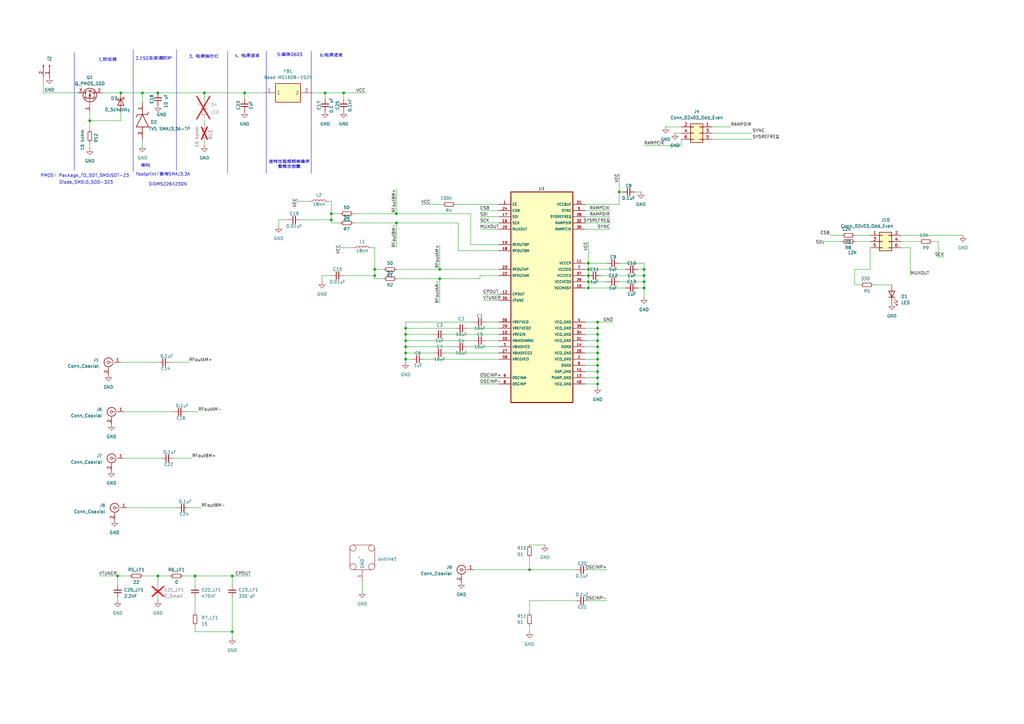
<source format=kicad_sch>
(kicad_sch (version 20231120) (generator "eeschema") (generator_version "8.0")
  (paper "A3")
  (lib_symbols
    (symbol "Connector:Conn_01x02_Pin" (pin_names (offset 1.016) hide)
      (property "Reference" "J" (at 0 2.54 0))
      (property "Value" "Conn_01x02_Pin" (at 0 -5.08 0))
      (symbol "Conn_01x02_Pin_1_1"
        (pin passive line (at 5.08 0 180) (length 3.81) (name "Pin_1") (number "1"))
        (pin passive line (at 5.08 -2.54 180) (length 3.81) (name "Pin_2") (number "2"))
      )
    )
    (symbol "Connector:Conn_Coaxial" (pin_names (offset 1.016) hide)
      (property "Reference" "J" (at 0.254 3.048 0))
      (property "Value" "Conn_Coaxial" (at 2.921 0 90))
      (symbol "Conn_Coaxial_1_1"
        (pin passive line (at -5.08 0 0) (length 2.54) (name "In") (number "1"))
        (pin passive line (at 0 -5.08 90) (length 2.54) (name "Ext") (number "2"))
      )
    )
    (symbol "Connector_Generic:Conn_02x03_Odd_Even" (pin_names (offset 1.016) hide)
      (property "Reference" "J" (at 1.27 5.08 0))
      (property "Value" "Conn_02x03_Odd_Even" (at 1.27 -5.08 0))
      (symbol "Conn_02x03_Odd_Even_1_1"
        (pin passive line (at -5.08 2.54 0) (length 3.81) (name "Pin_1") (number "1"))
        (pin passive line (at 7.62 2.54 180) (length 3.81) (name "Pin_2") (number "2"))
        (pin passive line (at -5.08 0 0) (length 3.81) (name "Pin_3") (number "3"))
        (pin passive line (at 7.62 0 180) (length 3.81) (name "Pin_4") (number "4"))
        (pin passive line (at -5.08 -2.54 0) (length 3.81) (name "Pin_5") (number "5"))
        (pin passive line (at 7.62 -2.54 180) (length 3.81) (name "Pin_6") (number "6"))
      )
    )
    (symbol "Device:C_Small" (pin_numbers hide) (pin_names (offset 0.254) hide)
      (property "Reference" "C" (at 0.254 1.778 0))
      (property "Value" "C_Small" (at 0.254 -2.032 0))
      (symbol "C_Small_1_1"
        (pin passive line (at 0 2.54 270) (length 2.032) (name "~") (number "1"))
        (pin passive line (at 0 -2.54 90) (length 2.032) (name "~") (number "2"))
      )
    )
    (symbol "Device:D_Schottky" (pin_numbers hide) (pin_names (offset 1.016) hide)
      (property "Reference" "D" (at 0 2.54 0))
      (property "Value" "D_Schottky" (at 0 -2.54 0))
      (symbol "D_Schottky_1_1"
        (pin passive line (at -3.81 0 0) (length 2.54) (name "K") (number "1"))
        (pin passive line (at 3.81 0 180) (length 2.54) (name "A") (number "2"))
      )
    )
    (symbol "Device:L" (pin_numbers hide) (pin_names (offset 1.016) hide)
      (property "Reference" "L" (at -1.27 0 90))
      (property "Value" "L" (at 1.905 0 90))
      (symbol "L_1_1"
        (pin passive line (at 0 3.81 270) (length 1.27) (name "1") (number "1"))
        (pin passive line (at 0 -3.81 90) (length 1.27) (name "2") (number "2"))
      )
    )
    (symbol "Device:LED" (pin_numbers hide) (pin_names (offset 1.016) hide)
      (property "Reference" "D" (at 0 2.54 0))
      (property "Value" "LED" (at 0 -2.54 0))
      (symbol "LED_1_1"
        (pin passive line (at -3.81 0 0) (length 2.54) (name "K") (number "1"))
        (pin passive line (at 3.81 0 180) (length 2.54) (name "A") (number "2"))
      )
    )
    (symbol "Device:Q_PMOS_GSD" (pin_names (offset 0) hide)
      (property "Reference" "Q" (at 5.08 1.27 0))
      (property "Value" "Q_PMOS_GSD" (at 5.08 -1.27 0))
      (symbol "Q_PMOS_GSD_1_1"
        (pin input line (at -5.08 0 0) (length 2.54) (name "G") (number "1"))
        (pin passive line (at 2.54 -5.08 90) (length 2.54) (name "S") (number "2"))
        (pin passive line (at 2.54 5.08 270) (length 2.54) (name "D") (number "3"))
      )
    )
    (symbol "Device:R_Small" (pin_numbers hide) (pin_names (offset 0.254) hide)
      (property "Reference" "R" (at 0.762 0.508 0))
      (property "Value" "R_Small" (at 0.762 -1.016 0))
      (symbol "R_Small_1_1"
        (pin passive line (at 0 2.54 270) (length 0.762) (name "~") (number "1"))
        (pin passive line (at 0 -2.54 90) (length 0.762) (name "~") (number "2"))
      )
    )
    (symbol "MUSIC_LAB:Bead MG1608-152Y"
      (property "Reference" "FB" (at 16.51 7.62 0))
      (property "Value" "Bead MG1608-152Y" (at 16.51 5.08 0))
      (symbol "Bead MG1608-152Y_1_1"
        (pin passive line (at 0 -1.27 0) (length 5.08) (name "1") (number "1"))
        (pin passive line (at 20.32 -1.27 180) (length 5.08) (name "2") (number "2"))
      )
    )
    (symbol "MUSIC_LAB:TVS SMAJ3.3A-TP" (pin_names hide)
      (property "Reference" "D" (at 10.16 8.89 0))
      (property "Value" "TVS SMAJ3.3A-TP" (at 2.54 6.096 0))
      (symbol "TVS SMAJ3.3A-TP_1_1"
        (pin passive line (at 0 0 0) (length 5.08) (name "K") (number "1"))
        (pin passive line (at 15.24 0 180) (length 5.08) (name "A") (number "2"))
      )
    )
    (symbol "Radar:PLL-LMX2594"
      (property "Reference" "U" (at 0 0 0))
      (symbol "PLL-LMX2594_0_0"
        (pin input line (at -59.69 34.29 0) (length 5.08) (name "CE") (number "1"))
        (pin input line (at -59.69 -19.05 0) (length 5.08) (name "VREGIN") (number "10"))
        (pin power_in line (at -24.13 10.16 180) (length 5.08) (name "VCCCP") (number "11"))
        (pin output line (at -59.69 -2.54 0) (length 5.08) (name "CPOUT") (number "12"))
        (pin power_in line (at -24.13 -36.83 180) (length 5.08) (name "PUMP_GND") (number "13"))
        (pin power_in line (at -24.13 -24.13 180) (length 5.08) (name "DGND") (number "14"))
        (pin power_in line (at -24.13 0 180) (length 5.08) (name "VCCMASH") (number "15"))
        (pin input line (at -59.69 26.67 0) (length 5.08) (name "SCK") (number "16"))
        (pin input line (at -59.69 29.21 0) (length 5.08) (name "SDI") (number "17"))
        (pin output line (at -59.69 15.24 0) (length 5.08) (name "RFOUTBM") (number "18"))
        (pin output line (at -59.69 17.78 0) (length 5.08) (name "RFOUTBP") (number "19"))
        (pin power_in line (at -24.13 -29.21 180) (length 5.08) (name "VCO_GND") (number "2"))
        (pin output line (at -59.69 24.13 0) (length 5.08) (name "MUXOUT") (number "20"))
        (pin power_in line (at -24.13 34.29 180) (length 5.08) (name "VCCBUF") (number "21"))
        (pin output line (at -59.69 5.08 0) (length 5.08) (name "RFOUTAM") (number "22"))
        (pin output line (at -59.69 7.62 0) (length 5.08) (name "RFOUTAP") (number "23"))
        (pin input line (at -59.69 31.75 0) (length 5.08) (name "CSB") (number "24"))
        (pin power_in line (at -24.13 -26.67 180) (length 5.08) (name "VCO_GND") (number "25"))
        (pin power_in line (at -24.13 2.54 180) (length 5.08) (name "VCCVCO2") (number "26"))
        (pin bidirectional line (at -59.69 -26.67 0) (length 5.08) (name "VBIASVCO2") (number "27"))
        (pin input line (at -24.13 29.21 180) (length 5.08) (name "SYSREFREQ") (number "28"))
        (pin input line (at -59.69 -16.51 0) (length 5.08) (name "VREFVCO2") (number "29"))
        (pin bidirectional line (at -59.69 -24.13 0) (length 5.08) (name "VBIASVCO") (number "3"))
        (pin input line (at -24.13 24.13 180) (length 5.08) (name "RAMPCIK") (number "30"))
        (pin power_in line (at -24.13 -21.59 180) (length 5.08) (name "VCO_GND") (number "31"))
        (pin input line (at -24.13 26.67 180) (length 5.08) (name "RAMPDIR") (number "32"))
        (pin bidirectional line (at -59.69 -21.59 0) (length 5.08) (name "VBIASVARAC") (number "33"))
        (pin power_in line (at -24.13 -19.05 180) (length 5.08) (name "VCO_GND") (number "34"))
        (pin input line (at -59.69 -5.08 0) (length 5.08) (name "VTUNE") (number "35"))
        (pin input line (at -59.69 -13.97 0) (length 5.08) (name "VREFVCO") (number "36"))
        (pin power_in line (at -24.13 5.08 180) (length 5.08) (name "VCCVCO") (number "37"))
        (pin bidirectional line (at -59.69 -29.21 0) (length 5.08) (name "VREGVCO") (number "38"))
        (pin power_in line (at -24.13 -16.51 180) (length 5.08) (name "VCO_GND") (number "39"))
        (pin power_in line (at -24.13 -13.97 180) (length 5.08) (name "VCO_GND") (number "4"))
        (pin power_in line (at -24.13 -39.37 180) (length 5.08) (name "VCO_GND") (number "40"))
        (pin power_in line (at -24.13 -34.29 180) (length 5.08) (name "DAP_GND") (number "41"))
        (pin input line (at -24.13 31.75 180) (length 5.08) (name "SYNC") (number "5"))
        (pin power_in line (at -24.13 -31.75 180) (length 5.08) (name "DGND") (number "6"))
        (pin power_in line (at -24.13 7.62 180) (length 5.08) (name "VCCDIG") (number "7"))
        (pin input line (at -59.69 -39.37 0) (length 5.08) (name "OSCINP") (number "8"))
        (pin input line (at -59.69 -36.83 0) (length 5.08) (name "OSCINM") (number "9"))
      )
    )
    (symbol "Radar:outline"
      (property "Reference" "outline" (at 0 6.35 0))
      (symbol "outline_1_1"
        (pin free line (at -10.16 0 0) (length 5.08) (name "GND") (number "1"))
      )
    )
    (symbol "power:GND" (power) (pin_numbers hide) (pin_names (offset 0) hide)
      (property "Value" "GND" (at 0 -3.81 0))
      (symbol "GND_1_1"
        (pin power_in line (at 0 0 270) (length 0) (name "~") (number "1"))
      )
    )
  )
  (junction (at 64.77 38.1))
  (junction (at 241.3 113.03))
  (junction (at 95.25 259.08))
  (junction (at 135.89 90.17))
  (junction (at 58.42 38.1))
  (junction (at 133.35 38.1))
  (junction (at 153.67 110.49))
  (junction (at 245.11 147.32))
  (junction (at 245.11 139.7))
  (junction (at 245.11 132.08))
  (junction (at 245.11 144.78))
  (junction (at 166.37 144.78))
  (junction (at 245.11 157.48))
  (junction (at 166.37 147.32))
  (junction (at 245.11 152.4))
  (junction (at 180.34 114.3))
  (junction (at 241.3 107.95))
  (junction (at 166.37 134.62))
  (junction (at 80.01 236.22))
  (junction (at 48.26 236.22))
  (junction (at 245.11 149.86))
  (junction (at 217.17 233.68))
  (junction (at 153.67 113.03))
  (junction (at 83.82 38.1))
  (junction (at 64.77 236.22))
  (junction (at 95.25 236.22))
  (junction (at 36.83 49.53))
  (junction (at 166.37 139.7))
  (junction (at 162.56 87.63))
  (junction (at 245.11 137.16))
  (junction (at 135.89 87.63))
  (junction (at 140.97 38.1))
  (junction (at 264.16 113.03))
  (junction (at 166.37 137.16))
  (junction (at 241.3 110.49))
  (junction (at 180.34 110.49))
  (junction (at 166.37 142.24))
  (junction (at 241.3 118.11))
  (junction (at 162.56 91.44))
  (junction (at 264.16 115.57))
  (junction (at 241.3 115.57))
  (junction (at 264.16 118.11))
  (junction (at 245.11 134.62))
  (junction (at 100.33 38.1))
  (junction (at 245.11 154.94))
  (junction (at 264.16 110.49))
  (junction (at 245.11 142.24))
  (junction (at 49.53 38.1))
  (junction (at 254 78.74))
  (wire (pts (xy 193.04 100.33) (xy 193.04 87.63)))
  (wire (pts (xy 196.85 88.9) (xy 204.47 88.9)))
  (wire (pts (xy 162.56 114.3) (xy 180.34 114.3)))
  (wire (pts (xy 248.92 233.68) (xy 241.3 233.68)))
  (wire (pts (xy 350.52 96.52) (xy 356.87 96.52)))
  (wire (pts (xy 240.03 157.48) (xy 245.11 157.48)))
  (wire (pts (xy 180.34 110.49) (xy 204.47 110.49)))
  (wire (pts (xy 264.16 118.11) (xy 264.16 121.92)))
  (wire (pts (xy 148.59 242.57) (xy 148.59 238.76)))
  (wire (pts (xy 64.77 246.38) (xy 64.77 245.11)))
  (wire (pts (xy 69.85 148.59) (xy 77.47 148.59)))
  (wire (pts (xy 240.03 115.57) (xy 241.3 115.57)))
  (wire (pts (xy 95.25 236.22) (xy 95.25 240.03)))
  (wire (pts (xy 135.89 90.17) (xy 135.89 87.63)))
  (wire (pts (xy 58.42 59.69) (xy 58.42 57.15)))
  (wire (pts (xy 241.3 115.57) (xy 248.92 115.57)))
  (wire (pts (xy 114.3 90.17) (xy 118.11 90.17)))
  (wire (pts (xy 250.19 91.44) (xy 240.03 91.44)))
  (wire (pts (xy 240.03 137.16) (xy 245.11 137.16)))
  (polyline (pts (xy 72.39 20.32) (xy 72.39 69.85)))
  (wire (pts (xy 194.31 139.7) (xy 166.37 139.7)))
  (wire (pts (xy 186.69 134.62) (xy 166.37 134.62)))
  (wire (pts (xy 82.55 208.28) (xy 77.47 208.28)))
  (wire (pts (xy 245.11 134.62) (xy 245.11 137.16)))
  (wire (pts (xy 166.37 139.7) (xy 166.37 142.24)))
  (wire (pts (xy 240.03 110.49) (xy 241.3 110.49)))
  (wire (pts (xy 64.77 38.1) (xy 83.82 38.1)))
  (wire (pts (xy 245.11 149.86) (xy 245.11 152.4)))
  (wire (pts (xy 58.42 236.22) (xy 64.77 236.22)))
  (wire (pts (xy 217.17 256.54) (xy 217.17 259.08)))
  (wire (pts (xy 144.78 91.44) (xy 162.56 91.44)))
  (wire (pts (xy 250.19 88.9) (xy 240.03 88.9)))
  (wire (pts (xy 264.16 115.57) (xy 264.16 118.11)))
  (wire (pts (xy 80.01 259.08) (xy 95.25 259.08)))
  (wire (pts (xy 350.52 110.49) (xy 350.52 116.84)))
  (wire (pts (xy 240.03 107.95) (xy 241.3 107.95)))
  (wire (pts (xy 204.47 100.33) (xy 193.04 100.33)))
  (wire (pts (xy 196.85 86.36) (xy 204.47 86.36)))
  (wire (pts (xy 299.72 52.07) (xy 292.1 52.07)))
  (wire (pts (xy 166.37 132.08) (xy 166.37 134.62)))
  (polyline (pts (xy 30.48 21.59) (xy 30.48 69.85)))
  (wire (pts (xy 83.82 38.1) (xy 100.33 38.1)))
  (wire (pts (xy 377.19 99.06) (xy 369.57 99.06)))
  (wire (pts (xy 52.07 208.28) (xy 72.39 208.28)))
  (wire (pts (xy 83.82 59.69) (xy 83.82 57.15)))
  (wire (pts (xy 245.11 142.24) (xy 245.11 144.78)))
  (wire (pts (xy 240.03 147.32) (xy 245.11 147.32)))
  (wire (pts (xy 133.35 38.1) (xy 133.35 40.64)))
  (wire (pts (xy 245.11 132.08) (xy 251.46 132.08)))
  (wire (pts (xy 74.93 236.22) (xy 80.01 236.22)))
  (wire (pts (xy 153.67 101.6) (xy 153.67 110.49)))
  (wire (pts (xy 17.78 38.1) (xy 17.78 31.75)))
  (wire (pts (xy 245.11 157.48) (xy 245.11 158.75)))
  (wire (pts (xy 196.85 157.48) (xy 204.47 157.48)))
  (wire (pts (xy 140.97 38.1) (xy 149.86 38.1)))
  (wire (pts (xy 153.67 113.03) (xy 153.67 110.49)))
  (wire (pts (xy 345.44 99.06) (xy 337.82 99.06)))
  (wire (pts (xy 50.8 168.91) (xy 71.12 168.91)))
  (wire (pts (xy 166.37 144.78) (xy 177.8 144.78)))
  (wire (pts (xy 254 78.74) (xy 254 83.82)))
  (wire (pts (xy 162.56 77.47) (xy 162.56 87.63)))
  (wire (pts (xy 182.88 137.16) (xy 204.47 137.16)))
  (wire (pts (xy 365.76 116.84) (xy 358.14 116.84)))
  (wire (pts (xy 264.16 110.49) (xy 264.16 113.03)))
  (wire (pts (xy 248.92 246.38) (xy 241.3 246.38)))
  (wire (pts (xy 241.3 113.03) (xy 241.3 115.57)))
  (wire (pts (xy 240.03 132.08) (xy 245.11 132.08)))
  (wire (pts (xy 337.82 99.06) (xy 337.82 100.33)))
  (wire (pts (xy 240.03 113.03) (xy 241.3 113.03)))
  (wire (pts (xy 264.16 107.95) (xy 264.16 110.49)))
  (wire (pts (xy 48.26 240.03) (xy 48.26 236.22)))
  (wire (pts (xy 196.85 91.44) (xy 204.47 91.44)))
  (wire (pts (xy 58.42 38.1) (xy 64.77 38.1)))
  (wire (pts (xy 187.96 102.87) (xy 187.96 91.44)))
  (wire (pts (xy 80.01 245.11) (xy 80.01 251.46)))
  (wire (pts (xy 95.25 236.22) (xy 102.87 236.22)))
  (wire (pts (xy 261.62 110.49) (xy 264.16 110.49)))
  (wire (pts (xy 140.97 113.03) (xy 153.67 113.03)))
  (wire (pts (xy 240.03 118.11) (xy 241.3 118.11)))
  (wire (pts (xy 255.27 78.74) (xy 254 78.74)))
  (wire (pts (xy 95.25 261.62) (xy 95.25 259.08)))
  (polyline (pts (xy 54.61 20.32) (xy 54.61 70.485)))
  (wire (pts (xy 240.03 139.7) (xy 245.11 139.7)))
  (wire (pts (xy 369.57 101.6) (xy 373.38 101.6)))
  (wire (pts (xy 240.03 144.78) (xy 245.11 144.78)))
  (wire (pts (xy 292.1 57.15) (xy 308.61 57.15)))
  (wire (pts (xy 241.3 115.57) (xy 241.3 118.11)))
  (wire (pts (xy 81.28 168.91) (xy 76.2 168.91)))
  (wire (pts (xy 166.37 147.32) (xy 168.91 147.32)))
  (wire (pts (xy 127 82.55) (xy 121.92 82.55)))
  (wire (pts (xy 132.08 115.57) (xy 132.08 113.03)))
  (wire (pts (xy 128.27 38.1) (xy 133.35 38.1)))
  (wire (pts (xy 135.89 82.55) (xy 135.89 87.63)))
  (wire (pts (xy 240.03 154.94) (xy 245.11 154.94)))
  (wire (pts (xy 196.85 93.98) (xy 204.47 93.98)))
  (wire (pts (xy 241.3 118.11) (xy 256.54 118.11)))
  (wire (pts (xy 240.03 134.62) (xy 245.11 134.62)))
  (wire (pts (xy 194.31 233.68) (xy 217.17 233.68)))
  (wire (pts (xy 153.67 110.49) (xy 157.48 110.49)))
  (wire (pts (xy 384.81 105.41) (xy 384.81 99.06)))
  (wire (pts (xy 369.57 96.52) (xy 394.97 96.52)))
  (wire (pts (xy 204.47 102.87) (xy 187.96 102.87)))
  (wire (pts (xy 152.4 101.6) (xy 153.67 101.6)))
  (wire (pts (xy 350.52 110.49) (xy 356.87 110.49)))
  (wire (pts (xy 166.37 147.32) (xy 166.37 148.59)))
  (wire (pts (xy 217.17 246.38) (xy 236.22 246.38)))
  (wire (pts (xy 95.25 259.08) (xy 95.25 245.11)))
  (wire (pts (xy 246.38 113.03) (xy 264.16 113.03)))
  (wire (pts (xy 114.3 92.71) (xy 114.3 90.17)))
  (wire (pts (xy 384.81 99.06) (xy 382.27 99.06)))
  (wire (pts (xy 123.19 90.17) (xy 135.89 90.17)))
  (wire (pts (xy 193.04 87.63) (xy 162.56 87.63)))
  (wire (pts (xy 180.34 100.33) (xy 180.34 110.49)))
  (wire (pts (xy 245.11 152.4) (xy 245.11 154.94)))
  (wire (pts (xy 217.17 246.38) (xy 217.17 251.46)))
  (wire (pts (xy 250.19 93.98) (xy 240.03 93.98)))
  (wire (pts (xy 350.52 99.06) (xy 356.87 99.06)))
  (wire (pts (xy 140.97 38.1) (xy 140.97 40.64)))
  (wire (pts (xy 198.12 120.65) (xy 204.47 120.65)))
  (wire (pts (xy 217.17 223.52) (xy 223.52 223.52)))
  (wire (pts (xy 135.89 87.63) (xy 139.7 87.63)))
  (wire (pts (xy 80.01 236.22) (xy 80.01 240.03)))
  (wire (pts (xy 49.53 38.1) (xy 58.42 38.1)))
  (wire (pts (xy 387.35 105.41) (xy 384.81 105.41)))
  (wire (pts (xy 139.7 91.44) (xy 135.89 91.44)))
  (polyline (pts (xy 93.345 20.955) (xy 93.345 71.12)))
  (wire (pts (xy 64.77 236.22) (xy 64.77 240.03)))
  (wire (pts (xy 240.03 142.24) (xy 245.11 142.24)))
  (wire (pts (xy 153.67 114.3) (xy 153.67 113.03)))
  (wire (pts (xy 133.35 38.1) (xy 140.97 38.1)))
  (wire (pts (xy 48.26 246.38) (xy 48.26 245.11)))
  (wire (pts (xy 340.36 96.52) (xy 345.44 96.52)))
  (wire (pts (xy 36.83 53.34) (xy 36.83 49.53)))
  (wire (pts (xy 260.35 78.74) (xy 262.89 78.74)))
  (wire (pts (xy 240.03 152.4) (xy 245.11 152.4)))
  (wire (pts (xy 36.83 49.53) (xy 36.83 45.72)))
  (wire (pts (xy 245.11 132.08) (xy 245.11 134.62)))
  (wire (pts (xy 245.11 154.94) (xy 245.11 157.48)))
  (wire (pts (xy 191.77 134.62) (xy 204.47 134.62)))
  (wire (pts (xy 180.34 110.49) (xy 162.56 110.49)))
  (wire (pts (xy 254 115.57) (xy 264.16 115.57)))
  (wire (pts (xy 241.3 110.49) (xy 241.3 113.03)))
  (wire (pts (xy 64.77 236.22) (xy 69.85 236.22)))
  (wire (pts (xy 132.08 113.03) (xy 135.89 113.03)))
  (wire (pts (xy 162.56 87.63) (xy 144.78 87.63)))
  (wire (pts (xy 162.56 91.44) (xy 162.56 101.6)))
  (wire (pts (xy 139.7 101.6) (xy 139.7 100.33)))
  (wire (pts (xy 245.11 137.16) (xy 245.11 139.7)))
  (wire (pts (xy 245.11 147.32) (xy 245.11 149.86)))
  (wire (pts (xy 166.37 142.24) (xy 186.69 142.24)))
  (wire (pts (xy 166.37 144.78) (xy 166.37 147.32)))
  (wire (pts (xy 80.01 256.54) (xy 80.01 259.08)))
  (wire (pts (xy 172.72 83.82) (xy 181.61 83.82)))
  (wire (pts (xy 135.89 91.44) (xy 135.89 90.17)))
  (wire (pts (xy 264.16 113.03) (xy 264.16 115.57)))
  (wire (pts (xy 180.34 114.3) (xy 180.34 124.46)))
  (wire (pts (xy 250.19 86.36) (xy 240.03 86.36)))
  (wire (pts (xy 196.85 113.03) (xy 204.47 113.03)))
  (wire (pts (xy 173.99 147.32) (xy 204.47 147.32)))
  (wire (pts (xy 71.12 187.96) (xy 78.74 187.96)))
  (wire (pts (xy 186.69 83.82) (xy 204.47 83.82)))
  (wire (pts (xy 241.3 107.95) (xy 241.3 110.49)))
  (wire (pts (xy 198.12 123.19) (xy 204.47 123.19)))
  (wire (pts (xy 245.11 139.7) (xy 245.11 142.24)))
  (wire (pts (xy 100.33 38.1) (xy 107.95 38.1)))
  (polyline (pts (xy 109.22 20.955) (xy 109.22 71.12)))
  (polyline (pts (xy 127.635 20.955) (xy 127.635 71.12)))
  (wire (pts (xy 191.77 142.24) (xy 204.47 142.24)))
  (wire (pts (xy 83.82 41.91) (xy 83.82 38.1)))
  (wire (pts (xy 177.8 137.16) (xy 166.37 137.16)))
  (wire (pts (xy 199.39 139.7) (xy 204.47 139.7)))
  (wire (pts (xy 194.31 132.08) (xy 166.37 132.08)))
  (wire (pts (xy 134.62 82.55) (xy 135.89 82.55)))
  (wire (pts (xy 279.4 57.15) (xy 279.4 59.69)))
  (wire (pts (xy 241.3 107.95) (xy 248.92 107.95)))
  (wire (pts (xy 41.91 38.1) (xy 49.53 38.1)))
  (wire (pts (xy 245.11 144.78) (xy 245.11 147.32)))
  (wire (pts (xy 254 107.95) (xy 264.16 107.95)))
  (wire (pts (xy 83.82 52.07) (xy 83.82 49.53)))
  (wire (pts (xy 162.56 91.44) (xy 187.96 91.44)))
  (wire (pts (xy 241.3 110.49) (xy 256.54 110.49)))
  (wire (pts (xy 40.64 236.22) (xy 48.26 236.22)))
  (wire (pts (xy 217.17 233.68) (xy 236.22 233.68)))
  (wire (pts (xy 199.39 132.08) (xy 204.47 132.08)))
  (wire (pts (xy 58.42 41.91) (xy 58.42 38.1)))
  (wire (pts (xy 144.78 101.6) (xy 139.7 101.6)))
  (wire (pts (xy 166.37 142.24) (xy 166.37 144.78)))
  (wire (pts (xy 356.87 110.49) (xy 356.87 101.6)))
  (wire (pts (xy 100.33 38.1) (xy 100.33 40.64)))
  (wire (pts (xy 180.34 114.3) (xy 196.85 114.3)))
  (wire (pts (xy 80.01 236.22) (xy 95.25 236.22)))
  (wire (pts (xy 49.53 49.53) (xy 36.83 49.53)))
  (wire (pts (xy 50.8 187.96) (xy 66.04 187.96)))
  (wire (pts (xy 373.38 101.6) (xy 373.38 113.03)))
  (wire (pts (xy 121.92 82.55) (xy 121.92 81.28)))
  (wire (pts (xy 166.37 134.62) (xy 166.37 137.16)))
  (wire (pts (xy 273.05 52.07) (xy 279.4 52.07)))
  (wire (pts (xy 241.3 99.06) (xy 241.3 107.95)))
  (wire (pts (xy 49.53 45.72) (xy 49.53 49.53)))
  (wire (pts (xy 48.26 236.22) (xy 53.34 236.22)))
  (wire (pts (xy 49.53 148.59) (xy 64.77 148.59)))
  (wire (pts (xy 240.03 149.86) (xy 245.11 149.86)))
  (wire (pts (xy 353.06 116.84) (xy 350.52 116.84)))
  (wire (pts (xy 182.88 144.78) (xy 204.47 144.78)))
  (wire (pts (xy 279.4 59.69) (xy 264.16 59.69)))
  (wire (pts (xy 17.78 38.1) (xy 31.75 38.1)))
  (wire (pts (xy 292.1 54.61) (xy 308.61 54.61)))
  (wire (pts (xy 217.17 228.6) (xy 217.17 233.68)))
  (wire (pts (xy 36.83 60.96) (xy 36.83 58.42)))
  (wire (pts (xy 196.85 114.3) (xy 196.85 113.03)))
  (wire (pts (xy 166.37 137.16) (xy 166.37 139.7)))
  (wire (pts (xy 157.48 114.3) (xy 153.67 114.3)))
  (wire (pts (xy 196.85 154.94) (xy 204.47 154.94)))
  (wire (pts (xy 276.86 54.61) (xy 279.4 54.61)))
  (wire (pts (xy 240.03 83.82) (xy 254 83.82)))
  (wire (pts (xy 261.62 118.11) (xy 264.16 118.11)))
  (wire (pts (xy 254 71.12) (xy 254 78.74)))
  (text "2.ESD及浪涌防护" (at 62.992 24.13 0) (effects (font (size 1.27 1.27))))
  (text "Diode_SMD:D_SOD-323" (at 35.306 74.93 0) (effects (font (size 1.27 1.27))))
  (text "滤特定高频频率噪声\n看需求放置" (at 118.618 67.564 0) (effects (font (size 1.27 1.27))))
  (text "PMOS： Package_TO_SOT_SMD:SOT-23" (at 34.798 72.136 0) (effects (font (size 1.27 1.27))))
  (text "6.电源滤波" (at 135.89 22.86 0) (effects (font (size 1.27 1.27))))
  (text "5.磁珠0603" (at 118.872 22.606 0) (effects (font (size 1.27 1.27))))
  (text "单向" (at 59.69 68.072 0) (effects (font (size 1.27 1.27))))
  (text "3. 电源指示灯" (at 83.566 23.368 0) (effects (font (size 1.27 1.27))))
  (text "4. 电源滤波" (at 101.346 23.114 0) (effects (font (size 1.27 1.27))))
  (text "footprint：查询SMAJ3.3A    \n\nDIOM5226X230N" (at 68.834 73.66 0) (effects (font (size 1.27 1.27))))
  (text "1.防反接" (at 44.196 24.638 0) (effects (font (size 1.27 1.27))))
  (label "MUXOUT" (at 196.85 93.98 0))
  (label "RFoutBM-" (at 162.56 101.6 90))
  (label "SCK" (at 196.85 91.44 0))
  (label "SYNC" (at 308.61 54.61 0))
  (label "RFoutAM+" (at 180.34 100.33 270))
  (label "VCC" (at 139.7 100.33 270))
  (label "OSCINP-" (at 196.85 157.48 0))
  (label "SCK" (at 387.35 105.41 180))
  (label "RFoutAM-" (at 180.34 124.46 90))
  (label "RFoutAM-" (at 81.28 168.91 0))
  (label "OSCINP+" (at 248.92 233.68 180))
  (label "CSB" (at 340.36 96.52 180))
  (label "VTUNER" (at 198.12 123.19 0))
  (label "VCC" (at 149.86 38.1 180))
  (label "SYSREFREQ" (at 308.61 57.15 0))
  (label "RFoutBM-" (at 82.55 208.28 0))
  (label "VTUNER" (at 40.64 236.22 0))
  (label "RFoutAM+" (at 77.47 148.59 0))
  (label "SYSREFREQ" (at 250.19 91.44 180))
  (label "RFoutBM+" (at 162.56 77.47 270))
  (label "OSCINP-" (at 248.92 246.38 180))
  (label "RAMPDIR" (at 250.19 88.9 180))
  (label "RAMPCIK" (at 264.16 59.69 0))
  (label "VCC" (at 254 71.12 270))
  (label "RFoutBM+" (at 78.74 187.96 0))
  (label "SYNC" (at 250.19 93.98 180))
  (label "MUXOUT" (at 373.38 113.03 0))
  (label "RAMPCIK" (at 250.19 86.36 180))
  (label "VCC" (at 241.3 99.06 270))
  (label "SDI" (at 337.82 100.33 180))
  (label "OSCINP+" (at 196.85 154.94 0))
  (label "SDI" (at 196.85 88.9 0))
  (label "VCC" (at 121.92 81.28 270))
  (label "CPOUT" (at 198.12 120.65 0))
  (label "RAMPDIR" (at 299.72 52.07 0))
  (label "CPOUT" (at 102.87 236.22 180))
  (label "CSB" (at 196.85 86.36 0))
  (label "GND" (at 251.46 132.08 180))
  (label "VCC" (at 172.72 83.82 0))
  (symbol (lib_id "Device:R_Small") (at 55.88 236.22 90) (unit 1)
    (property "Reference" "R5_LF1" (at 55.88 233.68 90))
    (property "Value" "22" (at 55.88 238.76 90))
    (property "Footprint" "Resistor_SMD:R_0402_1005Metric" (effects (hide yes)))
    (property "Description" "Resistor, small symbol" (effects (hide yes)))
  )
  (symbol (lib_id "power:GND") (at 245.11 158.75 0) (unit 1)
    (property "Reference" "#PWR02" (effects (hide yes)))
    (property "Value" "GND" (at 245.11 163.83 0))
    (property "Description" "Power symbol creates a global label with name \"GND\" , ground" (effects (hide yes)))
  )
  (symbol (lib_id "Device:C_Small") (at 138.43 113.03 90) (unit 1)
    (property "Reference" "C15" (at 138.43 110.49 90))
    (property "Value" "0.01uF" (at 138.43 115.57 90))
    (property "Footprint" "Capacitor_SMD:C_0402_1005Metric" (effects (hide yes)))
    (property "Description" "Unpolarized capacitor, small symbol" (effects (hide yes)))
  )
  (symbol (lib_id "power:GND") (at 83.82 59.69 0) (unit 1)
    (property "Reference" "#PWR030" (effects (hide yes)))
    (property "Value" "GND" (at 83.82 64.77 0))
    (property "Description" "Power symbol creates a global label with name \"GND\" , ground" (effects (hide yes)))
  )
  (symbol (lib_id "Device:R_Small") (at 72.39 236.22 90) (unit 1)
    (property "Reference" "R6_LF1" (at 72.39 233.68 90))
    (property "Value" "0" (at 72.39 238.76 90))
    (property "Footprint" "Resistor_SMD:R_0402_1005Metric" (effects (hide yes)))
    (property "Description" "Resistor, small symbol" (effects (hide yes)))
  )
  (symbol (lib_id "Device:R_Small") (at 355.6 116.84 90) (unit 1)
    (property "Reference" "R5" (at 356.87 119.38 90) (effects (justify left)))
    (property "Value" "330" (at 356.87 114.3 90) (effects (justify left)))
    (property "Footprint" "Resistor_SMD:R_0402_1005Metric" (effects (hide yes)))
    (property "Description" "Resistor, small symbol" (effects (hide yes)))
  )
  (symbol (lib_id "Device:L") (at 148.59 101.6 90) (unit 1)
    (property "Reference" "L1" (at 148.59 99.06 90))
    (property "Value" "18nH" (at 148.59 102.87 90))
    (property "Footprint" "Inductor_SMD:L_0603_1608Metric" (effects (hide yes)))
    (property "Description" "Inductor" (effects (hide yes)))
  )
  (symbol (lib_id "Radar:outline") (at 148.59 228.6 90) (unit 1)
    (property "Reference" "outline1" (at 154.94 229.235 90) (effects (justify right)))
    (property "Value" "~" (at 147.32 228.6 0))
    (property "Footprint" "MUSIC_Lab:Outline_3x2_cavity_1.5mm" (effects (hide yes)))
  )
  (symbol (lib_id "Device:LED") (at 365.76 120.65 90) (unit 1)
    (property "Reference" "D1" (at 369.57 121.6025 90) (effects (justify right)))
    (property "Value" "LED" (at 369.57 124.1425 90) (effects (justify right)))
    (property "Footprint" "LED_SMD:LED_0603_1608Metric" (effects (hide yes)))
    (property "Description" "Light emitting diode" (effects (hide yes)))
  )
  (symbol (lib_id "power:GND") (at 114.3 92.71 0) (unit 1)
    (property "Reference" "#PWR018" (effects (hide yes)))
    (property "Value" "GND" (at 114.3 97.79 0))
    (property "Description" "Power symbol creates a global label with name \"GND\" , ground" (effects (hide yes)))
  )
  (symbol (lib_id "Device:C_Small") (at 180.34 144.78 270) (unit 1)
    (property "Reference" "C7" (at 180.34 142.24 90))
    (property "Value" "10uF" (at 180.34 147.32 90))
    (property "Footprint" "Capacitor_SMD:C_0402_1005Metric" (effects (hide yes)))
    (property "Description" "Unpolarized capacitor, small symbol" (effects (hide yes)))
  )
  (symbol (lib_id "power:GND") (at 365.76 124.46 0) (unit 1)
    (property "Reference" "#PWR09" (effects (hide yes)))
    (property "Value" "GND" (at 365.76 129.54 0))
    (property "Description" "Power symbol creates a global label with name \"GND\" , ground" (effects (hide yes)))
  )
  (symbol (lib_id "Device:D_Schottky") (at 49.53 41.91 270) (unit 1)
    (property "Reference" "D3" (at 45.466 40.386 90) (effects (justify left)))
    (property "Value" "D_Schottky" (at 42.926 44.958 90) (effects (justify left)))
    (property "Footprint" "Diode_SMD:D_SOD-323" (effects (hide yes)))
    (property "Description" "Schottky diode" (effects (hide yes)))
  )
  (symbol (lib_id "power:GND") (at 64.77 43.18 0) (unit 1)
    (property "Reference" "#PWR027" (effects (hide yes)))
    (property "Value" "GND" (at 66.294 46.99 0))
    (property "Description" "Power symbol creates a global label with name \"GND\" , ground" (effects (hide yes)))
  )
  (symbol (lib_id "Device:R_Small") (at 83.82 54.61 180) (unit 1) (exclude_from_sim yes) (in_bom no) (on_board no) (dnp yes)
    (property "Reference" "R13" (at 86.36 53.34 90) (effects (justify left)))
    (property "Value" "10 kohm" (at 80.772 51.816 90) (effects (justify left)))
    (property "Footprint" "Resistor_SMD:R_0402_1005Metric" (effects (hide yes)))
    (property "Description" "Resistor, small symbol" (effects (hide yes)))
  )
  (symbol (lib_id "power:GND") (at 273.05 52.07 0) (unit 1)
    (property "Reference" "#PWR016" (effects (hide yes)))
    (property "Value" "GND" (at 273.05 57.15 0))
    (property "Description" "Power symbol creates a global label with name \"GND\" , ground" (effects (hide yes)))
  )
  (symbol (lib_id "power:GND") (at 394.97 96.52 0) (unit 1)
    (property "Reference" "#PWR011" (effects (hide yes)))
    (property "Value" "GND" (at 394.97 101.6 0))
    (property "Description" "Power symbol creates a global label with name \"GND\" , ground" (effects (hide yes)))
  )
  (symbol (lib_id "Device:C_Small") (at 95.25 242.57 180) (unit 1)
    (property "Reference" "C23_LF1" (at 97.79 241.9286 0) (effects (justify right)))
    (property "Value" "330 pF" (at 97.79 244.4686 0) (effects (justify right)))
    (property "Footprint" "Capacitor_SMD:C_0402_1005Metric" (effects (hide yes)))
    (property "Description" "Unpolarized capacitor, small symbol" (effects (hide yes)))
  )
  (symbol (lib_id "power:GND") (at 217.17 259.08 0) (unit 1)
    (property "Reference" "#PWR019" (effects (hide yes)))
    (property "Value" "GND" (at 217.17 264.16 0))
    (property "Description" "Power symbol creates a global label with name \"GND\" , ground" (effects (hide yes)))
  )
  (symbol (lib_id "power:GND") (at 223.52 223.52 0) (unit 1)
    (property "Reference" "#PWR015" (effects (hide yes)))
    (property "Value" "GND" (at 223.52 228.6 0))
    (property "Description" "Power symbol creates a global label with name \"GND\" , ground" (effects (hide yes)))
  )
  (symbol (lib_id "Device:L") (at 130.81 82.55 90) (unit 1)
    (property "Reference" "L2" (at 130.81 80.01 90))
    (property "Value" "18nH" (at 130.81 83.82 90))
    (property "Footprint" "Inductor_SMD:L_0603_1608Metric" (effects (hide yes)))
    (property "Description" "Inductor" (effects (hide yes)))
  )
  (symbol (lib_id "Device:C_Small") (at 180.34 137.16 270) (unit 1)
    (property "Reference" "C3" (at 180.34 133.35 90))
    (property "Value" "1uF" (at 180.34 139.7 90))
    (property "Footprint" "Capacitor_SMD:C_0402_1005Metric" (effects (hide yes)))
    (property "Description" "Unpolarized capacitor, small symbol" (effects (hide yes)))
  )
  (symbol (lib_id "Connector_Generic:Conn_02x03_Odd_Even") (at 287.02 54.61 0) (mirror y) (unit 1)
    (property "Reference" "J4" (at 285.75 45.72 0))
    (property "Value" "Conn_02x03_Odd_Even" (at 285.75 48.26 0))
    (property "Footprint" "Connector_PinHeader_2.54mm:PinHeader_2x03_P2.54mm_Vertical" (effects (hide yes)))
    (property "Description" "Generic connector, double row, 02x03, odd/even pin numbering scheme (row 1 odd numbers, row 2 even numbers), script generated (kicad-library-utils/schlib/autogen/connector/)" (effects (hide yes)))
  )
  (symbol (lib_id "Device:C_Small") (at 64.77 40.64 180) (unit 1)
    (property "Reference" "C18" (at 62.23 40.64 90))
    (property "Value" "10 uF" (at 68.072 41.402 90))
    (property "Footprint" "Capacitor_SMD:C_0402_1005Metric" (effects (hide yes)))
    (property "Description" "Unpolarized capacitor, small symbol" (effects (hide yes)))
  )
  (symbol (lib_id "power:GND") (at 140.97 45.72 0) (unit 1)
    (property "Reference" "#PWR025" (effects (hide yes)))
    (property "Value" "GND" (at 140.97 50.8 0))
    (property "Description" "Power symbol creates a global label with name \"GND\" , ground" (effects (hide yes)))
  )
  (symbol (lib_id "Device:C_Small") (at 251.46 107.95 90) (unit 1)
    (property "Reference" "C9" (at 251.46 105.41 90))
    (property "Value" "1uF" (at 251.46 110.49 90))
    (property "Footprint" "Capacitor_SMD:C_0402_1005Metric" (effects (hide yes)))
    (property "Description" "Unpolarized capacitor, small symbol" (effects (hide yes)))
  )
  (symbol (lib_id "Connector:Conn_Coaxial") (at 45.72 187.96 0) (mirror y) (unit 1)
    (property "Reference" "J7" (at 41.91 186.9831 0) (effects (justify left)))
    (property "Value" "Conn_Coaxial" (at 41.91 189.5231 0) (effects (justify left)))
    (property "Footprint" "MUSIC_Lab:SMA_KHD_Back" (effects (hide yes)))
    (property "Datasheet" " ~" (effects (hide yes)))
    (property "Description" "coaxial connector (BNC, SMA, SMB, SMC, Cinch/RCA, LEMO, ...)" (effects (hide yes)))
  )
  (symbol (lib_id "Device:C_Small") (at 196.85 139.7 270) (unit 1)
    (property "Reference" "C5" (at 196.85 137.16 90))
    (property "Value" "10uF" (at 196.85 142.24 90))
    (property "Footprint" "Capacitor_SMD:C_0402_1005Metric" (effects (hide yes)))
    (property "Description" "Unpolarized capacitor, small symbol" (effects (hide yes)))
  )
  (symbol (lib_id "power:GND") (at 95.25 261.62 0) (unit 1)
    (property "Reference" "#PWR012" (effects (hide yes)))
    (property "Value" "GND" (at 95.25 266.7 0))
    (property "Description" "Power symbol creates a global label with name \"GND\" , ground" (effects (hide yes)))
  )
  (symbol (lib_id "power:GND") (at 36.83 60.96 0) (unit 1)
    (property "Reference" "#PWR024" (effects (hide yes)))
    (property "Value" "GND" (at 36.83 66.04 0))
    (property "Description" "Power symbol creates a global label with name \"GND\" , ground" (effects (hide yes)))
  )
  (symbol (lib_id "MUSIC_LAB:Bead MG1608-152Y") (at 107.95 36.83 0) (unit 1)
    (property "Reference" "FB1" (at 118.11 29.21 0))
    (property "Value" "Bead MG1608-152Y" (at 118.11 31.75 0))
    (property "Footprint" "MUSIC_Lab:Bead0603 BEADC1608X100N" (effects (hide yes)))
    (property "Datasheet" "https://componentsearchengine.com//MG1608-152Y.pdf" (effects (hide yes)))
    (property "Description" "Ferrite Beads Multi-Layer 1.5KOhm 25% 100MHz 0.05A 0.7Ohm DCR 0603 T/R" (effects (hide yes)))
    (property "Height" "1" (effects (hide yes)))
    (property "Mouser Part Number" "652-MG1608-152Y" (effects (hide yes)))
    (property "Mouser Price/Stock" "https://www.mouser.co.uk/ProductDetail/Bourns/MG1608-152Y?qs=NxuKWO2Bm4ZEn8s1zrbYww%3D%3D" (effects (hide yes)))
    (property "Manufacturer_Name" "Bourns" (effects (hide yes)))
    (property "Manufacturer_Part_Number" "MG1608-152Y" (effects (hide yes)))
  )
  (symbol (lib_id "power:GND") (at 46.99 213.36 0) (unit 1)
    (property "Reference" "#PWR021" (effects (hide yes)))
    (property "Value" "GND" (at 46.99 218.44 0))
    (property "Description" "Power symbol creates a global label with name \"GND\" , ground" (effects (hide yes)))
  )
  (symbol (lib_id "Device:C_Small") (at 238.76 233.68 90) (unit 1)
    (property "Reference" "C20" (at 238.76 231.14 90))
    (property "Value" "0.1uF" (at 238.76 236.22 90))
    (property "Footprint" "Capacitor_SMD:C_0402_1005Metric" (effects (hide yes)))
    (property "Description" "Unpolarized capacitor, small symbol" (effects (hide yes)))
  )
  (symbol (lib_id "power:GND") (at 133.35 45.72 0) (unit 1)
    (property "Reference" "#PWR07" (effects (hide yes)))
    (property "Value" "GND" (at 133.35 50.8 0))
    (property "Description" "Power symbol creates a global label with name \"GND\" , ground" (effects (hide yes)))
  )
  (symbol (lib_id "Device:C_Small") (at 133.35 43.18 180) (unit 1)
    (property "Reference" "C17" (at 130.81 43.18 90))
    (property "Value" "0.1 uF" (at 135.89 43.18 90))
    (property "Footprint" "Capacitor_SMD:C_0402_1005Metric" (effects (hide yes)))
    (property "Description" "Unpolarized capacitor, small symbol" (effects (hide yes)))
  )
  (symbol (lib_id "power:GND") (at 58.42 59.69 0) (unit 1)
    (property "Reference" "#PWR028" (effects (hide yes)))
    (property "Value" "GND" (at 58.42 64.77 0))
    (property "Description" "Power symbol creates a global label with name \"GND\" , ground" (effects (hide yes)))
  )
  (symbol (lib_id "Device:C_Small") (at 74.93 208.28 90) (unit 1)
    (property "Reference" "C24" (at 77.47 210.82 90) (effects (justify left)))
    (property "Value" "0.1uF" (at 78.74 205.74 90) (effects (justify left)))
    (property "Footprint" "Capacitor_SMD:C_0402_1005Metric" (effects (hide yes)))
    (property "Description" "Unpolarized capacitor, small symbol" (effects (hide yes)))
  )
  (symbol (lib_id "Connector:Conn_Coaxial") (at 44.45 148.59 0) (mirror y) (unit 1)
    (property "Reference" "J1" (at 40.64 147.6131 0) (effects (justify left)))
    (property "Value" "Conn_Coaxial" (at 40.64 150.1531 0) (effects (justify left)))
    (property "Footprint" "MUSIC_Lab:SMA_KHD_Back" (effects (hide yes)))
    (property "Datasheet" " ~" (effects (hide yes)))
    (property "Description" "coaxial connector (BNC, SMA, SMB, SMC, Cinch/RCA, LEMO, ...)" (effects (hide yes)))
  )
  (symbol (lib_id "power:GND") (at 48.26 246.38 0) (unit 1)
    (property "Reference" "#PWR014" (effects (hide yes)))
    (property "Value" "GND" (at 48.26 251.46 0))
    (property "Description" "Power symbol creates a global label with name \"GND\" , ground" (effects (hide yes)))
  )
  (symbol (lib_id "Device:C_Small") (at 80.01 242.57 180) (unit 1)
    (property "Reference" "C22_LF1" (at 82.55 241.9286 0) (effects (justify right)))
    (property "Value" "470nF" (at 82.55 244.4686 0) (effects (justify right)))
    (property "Footprint" "Capacitor_SMD:C_0402_1005Metric" (effects (hide yes)))
    (property "Description" "Unpolarized capacitor, small symbol" (effects (hide yes)))
  )
  (symbol (lib_id "Device:C_Small") (at 120.65 90.17 90) (unit 1)
    (property "Reference" "C19" (at 120.65 87.63 90))
    (property "Value" "0.01uF" (at 120.65 92.71 90))
    (property "Footprint" "Capacitor_SMD:C_0402_1005Metric" (effects (hide yes)))
    (property "Description" "Unpolarized capacitor, small symbol" (effects (hide yes)))
  )
  (symbol (lib_id "Device:C_Small") (at 243.84 113.03 90) (unit 1)
    (property "Reference" "C11" (at 243.84 110.49 90))
    (property "Value" "1uF" (at 243.84 115.57 90))
    (property "Footprint" "Capacitor_SMD:C_0402_1005Metric" (effects (hide yes)))
    (property "Description" "Unpolarized capacitor, small symbol" (effects (hide yes)))
  )
  (symbol (lib_id "Device:C_Small") (at 67.31 148.59 90) (unit 1)
    (property "Reference" "C14" (at 69.85 151.13 90) (effects (justify left)))
    (property "Value" "0.1uF" (at 71.12 146.05 90) (effects (justify left)))
    (property "Footprint" "Capacitor_SMD:C_0402_1005Metric" (effects (hide yes)))
    (property "Description" "Unpolarized capacitor, small symbol" (effects (hide yes)))
  )
  (symbol (lib_id "Connector_Generic:Conn_02x03_Odd_Even") (at 361.95 99.06 0) (unit 1)
    (property "Reference" "J10" (at 363.22 90.17 0))
    (property "Value" "Conn_02x03_Odd_Even" (at 355.6 92.71 0))
    (property "Footprint" "Connector_PinHeader_2.54mm:PinHeader_2x03_P2.54mm_Vertical" (effects (hide yes)))
    (property "Description" "Generic connector, double row, 02x03, odd/even pin numbering scheme (row 1 odd numbers, row 2 even numbers), script generated (kicad-library-utils/schlib/autogen/connector/)" (effects (hide yes)))
  )
  (symbol (lib_id "Device:R_Small") (at 142.24 91.44 90) (unit 1)
    (property "Reference" "R7" (at 143.51 93.98 90) (effects (justify left)))
    (property "Value" "50" (at 143.51 88.9 90) (effects (justify left)))
    (property "Footprint" "Resistor_SMD:R_0402_1005Metric" (effects (hide yes)))
    (property "Description" "Resistor, small symbol" (effects (hide yes)))
  )
  (symbol (lib_id "Device:R_Small") (at 379.73 99.06 90) (unit 1)
    (property "Reference" "R9" (at 381 101.6 90) (effects (justify left)))
    (property "Value" "12K" (at 381 96.52 90) (effects (justify left)))
    (property "Footprint" "Resistor_SMD:R_0402_1005Metric" (effects (hide yes)))
    (property "Description" "Resistor, small symbol" (effects (hide yes)))
  )
  (symbol (lib_id "power:GND") (at 189.23 238.76 0) (unit 1)
    (property "Reference" "#PWR020" (effects (hide yes)))
    (property "Value" "GND" (at 189.23 243.84 0))
    (property "Description" "Power symbol creates a global label with name \"GND\" , ground" (effects (hide yes)))
  )
  (symbol (lib_id "Device:R_Small") (at 160.02 114.3 90) (unit 1)
    (property "Reference" "R2" (at 161.29 116.84 90) (effects (justify left)))
    (property "Value" "50" (at 161.29 111.76 90) (effects (justify left)))
    (property "Footprint" "Resistor_SMD:R_0402_1005Metric" (effects (hide yes)))
    (property "Description" "Resistor, small symbol" (effects (hide yes)))
  )
  (symbol (lib_id "Device:C_Small") (at 48.26 242.57 180) (unit 1)
    (property "Reference" "C20_LF1" (at 50.8 241.9286 0) (effects (justify right)))
    (property "Value" "2.2nF" (at 50.8 244.4686 0) (effects (justify right)))
    (property "Footprint" "Capacitor_SMD:C_0402_1005Metric" (effects (hide yes)))
    (property "Description" "Unpolarized capacitor, small symbol" (effects (hide yes)))
  )
  (symbol (lib_id "Device:R_Small") (at 36.83 55.88 180) (unit 1)
    (property "Reference" "R12" (at 39.37 54.61 90) (effects (justify left)))
    (property "Value" "10 kohm" (at 33.782 53.086 90) (effects (justify left)))
    (property "Footprint" "Resistor_SMD:R_0402_1005Metric" (effects (hide yes)))
    (property "Description" "Resistor, small symbol" (effects (hide yes)))
  )
  (symbol (lib_id "Connector:Conn_Coaxial") (at 45.72 168.91 0) (mirror y) (unit 1)
    (property "Reference" "J6" (at 41.91 167.9331 0) (effects (justify left)))
    (property "Value" "Conn_Coaxial" (at 41.91 170.4731 0) (effects (justify left)))
    (property "Footprint" "MUSIC_Lab:SMA_KHD_Back" (effects (hide yes)))
    (property "Datasheet" " ~" (effects (hide yes)))
    (property "Description" "coaxial connector (BNC, SMA, SMB, SMC, Cinch/RCA, LEMO, ...)" (effects (hide yes)))
  )
  (symbol (lib_id "Device:R_Small") (at 347.98 96.52 90) (unit 1)
    (property "Reference" "R6" (at 349.25 99.06 90) (effects (justify left)))
    (property "Value" "12K" (at 349.25 93.98 90) (effects (justify left)))
    (property "Footprint" "Resistor_SMD:R_0402_1005Metric" (effects (hide yes)))
    (property "Description" "Resistor, small symbol" (effects (hide yes)))
  )
  (symbol (lib_id "Connector:Conn_Coaxial") (at 189.23 233.68 0) (mirror y) (unit 1)
    (property "Reference" "J9" (at 185.42 232.7031 0) (effects (justify left)))
    (property "Value" "Conn_Coaxial" (at 185.42 235.2431 0) (effects (justify left)))
    (property "Footprint" "MUSIC_Lab:SMA_KHD_Back" (effects (hide yes)))
    (property "Datasheet" " ~" (effects (hide yes)))
    (property "Description" "coaxial connector (BNC, SMA, SMB, SMC, Cinch/RCA, LEMO, ...)" (effects (hide yes)))
  )
  (symbol (lib_id "Device:R_Small") (at 217.17 226.06 0) (unit 1)
    (property "Reference" "R10" (at 212.09 224.79 0) (effects (justify left)))
    (property "Value" "51" (at 212.09 227.33 0) (effects (justify left)))
    (property "Footprint" "Resistor_SMD:R_0402_1005Metric" (effects (hide yes)))
    (property "Description" "Resistor, small symbol" (effects (hide yes)))
  )
  (symbol (lib_id "Device:C_Small") (at 189.23 134.62 270) (unit 1)
    (property "Reference" "C2" (at 189.23 130.81 90))
    (property "Value" "10uF" (at 189.23 137.16 90))
    (property "Footprint" "Capacitor_SMD:C_0402_1005Metric" (effects (hide yes)))
    (property "Description" "Unpolarized capacitor, small symbol" (effects (hide yes)))
  )
  (symbol (lib_id "Device:C_Small") (at 64.77 242.57 180) (unit 1) (dnp yes)
    (property "Reference" "C21_LF1" (at 67.31 241.9286 0) (effects (justify right)))
    (property "Value" "C_Small" (at 67.31 244.4686 0) (effects (justify right)))
    (property "Footprint" "Capacitor_SMD:C_0402_1005Metric" (effects (hide yes)))
    (property "Description" "Unpolarized capacitor, small symbol" (effects (hide yes)))
  )
  (symbol (lib_id "power:GND") (at 45.72 173.99 0) (unit 1)
    (property "Reference" "#PWR06" (effects (hide yes)))
    (property "Value" "GND" (at 45.72 179.07 0))
    (property "Description" "Power symbol creates a global label with name \"GND\" , ground" (effects (hide yes)))
  )
  (symbol (lib_id "Connector:Conn_01x02_Pin") (at 20.32 26.67 270) (unit 1)
    (property "Reference" "J2" (at 20.32 24.13 0))
    (property "Value" "Conn_01x02_Pin" (effects (hide yes)))
    (property "Footprint" "Connector_JST:JST_XH_B2B-XH-A_1x02_P2.50mm_Vertical" (effects (hide yes)))
    (property "Description" "Generic connector, single row, 01x02, script generated" (effects (hide yes)))
  )
  (symbol (lib_id "Device:Q_PMOS_GSD") (at 36.83 40.64 90) (unit 1)
    (property "Reference" "Q1" (at 36.83 31.75 90))
    (property "Value" "Q_PMOS_GSD" (at 36.83 34.29 90))
    (property "Footprint" "Package_TO_SOT_SMD:SOT-23" (effects (hide yes)))
    (property "Description" "P-MOSFET transistor, gate/source/drain" (effects (hide yes)))
  )
  (symbol (lib_id "power:GND") (at 45.72 193.04 0) (unit 1)
    (property "Reference" "#PWR022" (effects (hide yes)))
    (property "Value" "GND" (at 45.72 198.12 0))
    (property "Description" "Power symbol creates a global label with name \"GND\" , ground" (effects (hide yes)))
  )
  (symbol (lib_id "Device:R_Small") (at 347.98 99.06 90) (unit 1)
    (property "Reference" "R8" (at 349.25 101.6 90) (effects (justify left)))
    (property "Value" "12K" (at 351.536 103.632 90) (effects (justify left)))
    (property "Footprint" "Resistor_SMD:R_0402_1005Metric" (effects (hide yes)))
    (property "Description" "Resistor, small symbol" (effects (hide yes)))
  )
  (symbol (lib_id "Device:C_Small") (at 189.23 142.24 270) (unit 1)
    (property "Reference" "C4" (at 189.23 139.7 90))
    (property "Value" "10uF" (at 189.23 144.78 90))
    (property "Footprint" "Capacitor_SMD:C_0402_1005Metric" (effects (hide yes)))
    (property "Description" "Unpolarized capacitor, small symbol" (effects (hide yes)))
  )
  (symbol (lib_id "power:GND") (at 100.33 45.72 0) (unit 1)
    (property "Reference" "#PWR023" (effects (hide yes)))
    (property "Value" "GND" (at 100.33 50.8 0))
    (property "Description" "Power symbol creates a global label with name \"GND\" , ground" (effects (hide yes)))
  )
  (symbol (lib_id "Device:R_Small") (at 160.02 110.49 90) (unit 1)
    (property "Reference" "R1" (at 161.29 113.03 90) (effects (justify left)))
    (property "Value" "50" (at 161.29 107.95 90) (effects (justify left)))
    (property "Footprint" "Resistor_SMD:R_0402_1005Metric" (effects (hide yes)))
    (property "Description" "Resistor, small symbol" (effects (hide yes)))
  )
  (symbol (lib_id "Device:C_Small") (at 140.97 43.18 180) (unit 1)
    (property "Reference" "C25" (at 138.43 43.18 90))
    (property "Value" "0.1nF" (at 143.51 43.18 90))
    (property "Footprint" "Capacitor_SMD:C_0402_1005Metric" (effects (hide yes)))
    (property "Description" "Unpolarized capacitor, small symbol" (effects (hide yes)))
  )
  (symbol (lib_id "power:GND") (at 148.59 242.57 0) (unit 1)
    (property "Reference" "#PWR08" (effects (hide yes)))
    (property "Value" "GND" (at 148.59 247.65 0))
    (property "Description" "Power symbol creates a global label with name \"GND\" , ground" (effects (hide yes)))
  )
  (symbol (lib_id "power:GND") (at 262.89 78.74 0) (unit 1)
    (property "Reference" "#PWR010" (effects (hide yes)))
    (property "Value" "GND" (at 262.89 83.82 0))
    (property "Description" "Power symbol creates a global label with name \"GND\" , ground" (effects (hide yes)))
  )
  (symbol (lib_id "Device:C_Small") (at 259.08 110.49 90) (unit 1)
    (property "Reference" "C10" (at 259.08 107.95 90))
    (property "Value" "1uF" (at 259.08 113.03 90))
    (property "Footprint" "Capacitor_SMD:C_0402_1005Metric" (effects (hide yes)))
    (property "Description" "Unpolarized capacitor, small symbol" (effects (hide yes)))
  )
  (symbol (lib_id "Device:C_Small") (at 100.33 43.18 180) (unit 1)
    (property "Reference" "C23" (at 97.79 43.18 90))
    (property "Value" "1uF" (at 102.87 43.18 90))
    (property "Footprint" "Capacitor_SMD:C_0402_1005Metric" (effects (hide yes)))
    (property "Description" "Unpolarized capacitor, small symbol" (effects (hide yes)))
  )
  (symbol (lib_id "Device:R_Small") (at 184.15 83.82 90) (unit 1)
    (property "Reference" "R4" (at 185.42 86.36 90) (effects (justify left)))
    (property "Value" "100k" (at 185.42 81.28 90) (effects (justify left)))
    (property "Footprint" "Resistor_SMD:R_0402_1005Metric" (effects (hide yes)))
    (property "Description" "Resistor, small symbol" (effects (hide yes)))
  )
  (symbol (lib_id "Device:R_Small") (at 80.01 254 0) (unit 1)
    (property "Reference" "R7_LF1" (at 82.55 253.365 0) (effects (justify left)))
    (property "Value" "15" (at 82.55 255.905 0) (effects (justify left)))
    (property "Footprint" "Resistor_SMD:R_0402_1005Metric" (effects (hide yes)))
    (property "Description" "Resistor, small symbol" (effects (hide yes)))
  )
  (symbol (lib_id "Device:C_Small") (at 171.45 147.32 270) (unit 1)
    (property "Reference" "C6" (at 171.45 144.78 90))
    (property "Value" "1uF" (at 171.45 149.86 90))
    (property "Footprint" "Capacitor_SMD:C_0402_1005Metric" (effects (hide yes)))
    (property "Description" "Unpolarized capacitor, small symbol" (effects (hide yes)))
  )
  (symbol (lib_id "Radar:PLL-LMX2594") (at 264.16 118.11 0) (unit 1)
    (property "Reference" "U1" (at 222.25 77.47 0))
    (property "Value" "~" (at 264.16 118.11 0))
    (property "Footprint" "MUSIC_Lab:LMX2594-QFN41N" (effects (hide yes)))
  )
  (symbol (lib_id "Device:C_Small") (at 257.81 78.74 90) (unit 1)
    (property "Reference" "C8" (at 257.81 76.2 90))
    (property "Value" "0.1uF" (at 257.81 81.28 90))
    (property "Footprint" "Capacitor_SMD:C_0402_1005Metric" (effects (hide yes)))
    (property "Description" "Unpolarized capacitor, small symbol" (effects (hide yes)))
  )
  (symbol (lib_id "MUSIC_LAB:TVS SMAJ3.3A-TP") (at 58.42 41.91 270) (unit 1)
    (property "Reference" "D2" (at 61.722 50.038 90) (effects (justify left)))
    (property "Value" "TVS SMAJ3.3A-TP" (at 60.96 52.832 90) (effects (justify left)))
    (property "Footprint" "MUSIC_Lab:TVS DIOM5226X230N" (effects (hide yes)))
    (property "Datasheet" "https://www.mccsemi.com/pdf/Products/SMAJ5.0A-SMAJ440CA(SMA).pdf" (effects (hide yes)))
    (property "Description" "TVS" (effects (hide yes)))
    (property "Height" "2.3" (effects (hide yes)))
    (property "Mouser Part Number" "833-SMAJ6.0A-TP" (effects (hide yes)))
    (property "Mouser Price/Stock" "https://www.mouser.co.uk/ProductDetail/Micro-Commercial-Components-MCC/SMAJ6.0A-TP?qs=ZNK0BnemlqFcPFigxIydHg%3D%3D" (effects (hide yes)))
    (property "Manufacturer_Name" "MCC" (effects (hide yes)))
    (property "Manufacturer_Part_Number" "SMAJ6.0A-TP" (effects (hide yes)))
  )
  (symbol (lib_id "power:GND") (at 166.37 148.59 0) (unit 1)
    (property "Reference" "#PWR01" (effects (hide yes)))
    (property "Value" "GND" (at 166.37 153.67 0))
    (property "Description" "Power symbol creates a global label with name \"GND\" , ground" (effects (hide yes)))
  )
  (symbol (lib_id "Device:C_Small") (at 259.08 118.11 270) (mirror x) (unit 1)
    (property "Reference" "C13" (at 259.08 115.57 90))
    (property "Value" "1uF" (at 259.08 120.65 90))
    (property "Footprint" "Capacitor_SMD:C_0402_1005Metric" (effects (hide yes)))
    (property "Description" "Unpolarized capacitor, small symbol" (effects (hide yes)))
  )
  (symbol (lib_id "power:GND") (at 264.16 121.92 0) (unit 1)
    (property "Reference" "#PWR03" (effects (hide yes)))
    (property "Value" "GND" (at 264.16 127 0))
    (property "Description" "Power symbol creates a global label with name \"GND\" , ground" (effects (hide yes)))
  )
  (symbol (lib_id "power:GND") (at 20.32 31.75 0) (unit 1)
    (property "Reference" "#PWR017" (effects (hide yes)))
    (property "Value" "GND" (at 20.32 36.83 0))
    (property "Description" "Power symbol creates a global label with name \"GND\" , ground" (effects (hide yes)))
  )
  (symbol (lib_id "Device:C_Small") (at 238.76 246.38 270) (unit 1)
    (property "Reference" "C21" (at 238.76 248.92 90))
    (property "Value" "0.1uF" (at 238.76 243.84 90))
    (property "Footprint" "Capacitor_SMD:C_0402_1005Metric" (effects (hide yes)))
    (property "Description" "Unpolarized capacitor, small symbol" (effects (hide yes)))
  )
  (symbol (lib_id "Connector:Conn_Coaxial") (at 46.99 208.28 0) (mirror y) (unit 1)
    (property "Reference" "J8" (at 43.18 207.3031 0) (effects (justify left)))
    (property "Value" "Conn_Coaxial" (at 43.18 209.8431 0) (effects (justify left)))
    (property "Footprint" "MUSIC_Lab:SMA_KHD_Back" (effects (hide yes)))
    (property "Datasheet" " ~" (effects (hide yes)))
    (property "Description" "coaxial connector (BNC, SMA, SMB, SMC, Cinch/RCA, LEMO, ...)" (effects (hide yes)))
  )
  (symbol (lib_id "power:GND") (at 44.45 153.67 0) (unit 1)
    (property "Reference" "#PWR05" (effects (hide yes)))
    (property "Value" "GND" (at 44.45 158.75 0))
    (property "Description" "Power symbol creates a global label with name \"GND\" , ground" (effects (hide yes)))
  )
  (symbol (lib_id "Device:C_Small") (at 73.66 168.91 90) (unit 1)
    (property "Reference" "C16" (at 76.2 171.45 90) (effects (justify left)))
    (property "Value" "0.1uF" (at 77.47 166.37 90) (effects (justify left)))
    (property "Footprint" "Capacitor_SMD:C_0402_1005Metric" (effects (hide yes)))
    (property "Description" "Unpolarized capacitor, small symbol" (effects (hide yes)))
  )
  (symbol (lib_id "Device:R_Small") (at 142.24 87.63 90) (unit 1)
    (property "Reference" "R3" (at 143.51 90.17 90) (effects (justify left)))
    (property "Value" "50" (at 143.51 85.09 90) (effects (justify left)))
    (property "Footprint" "Resistor_SMD:R_0402_1005Metric" (effects (hide yes)))
    (property "Description" "Resistor, small symbol" (effects (hide yes)))
  )
  (symbol (lib_id "power:GND") (at 276.86 54.61 0) (unit 1)
    (property "Reference" "#PWR026" (effects (hide yes)))
    (property "Value" "GND" (at 276.86 59.69 0))
    (property "Description" "Power symbol creates a global label with name \"GND\" , ground" (effects (hide yes)))
  )
  (symbol (lib_id "Device:C_Small") (at 251.46 115.57 90) (unit 1)
    (property "Reference" "C12" (at 251.46 113.03 90))
    (property "Value" "1uF" (at 251.46 118.11 90))
    (property "Footprint" "Capacitor_SMD:C_0402_1005Metric" (effects (hide yes)))
    (property "Description" "Unpolarized capacitor, small symbol" (effects (hide yes)))
  )
  (symbol (lib_id "Device:LED") (at 83.82 45.72 270) (unit 1) (exclude_from_sim yes) (in_bom no) (on_board no) (dnp yes)
    (property "Reference" "D4" (at 86.36 42.8624 90) (effects (justify left)))
    (property "Value" "LED" (at 86.36 45.974 90) (effects (justify left)))
    (property "Footprint" "LED_SMD:LED_0603_1608Metric_Pad1.05x0.95mm_HandSolder" (effects (hide yes)))
    (property "Description" "Light emitting diode" (effects (hide yes)))
  )
  (symbol (lib_id "Device:R_Small") (at 217.17 254 0) (unit 1)
    (property "Reference" "R11" (at 212.09 252.73 0) (effects (justify left)))
    (property "Value" "51" (at 212.09 255.27 0) (effects (justify left)))
    (property "Footprint" "Resistor_SMD:R_0402_1005Metric" (effects (hide yes)))
    (property "Description" "Resistor, small symbol" (effects (hide yes)))
  )
  (symbol (lib_id "power:GND") (at 64.77 246.38 0) (unit 1)
    (property "Reference" "#PWR013" (effects (hide yes)))
    (property "Value" "GND" (at 64.77 251.46 0))
    (property "Description" "Power symbol creates a global label with name \"GND\" , ground" (effects (hide yes)))
  )
  (symbol (lib_id "Device:C_Small") (at 196.85 132.08 270) (unit 1)
    (property "Reference" "C1" (at 196.85 129.54 90))
    (property "Value" "10uF" (at 196.85 134.62 90))
    (property "Footprint" "Capacitor_SMD:C_0402_1005Metric" (effects (hide yes)))
    (property "Description" "Unpolarized capacitor, small symbol" (effects (hide yes)))
  )
  (symbol (lib_id "Device:C_Small") (at 68.58 187.96 90) (unit 1)
    (property "Reference" "C22" (at 71.12 190.5 90) (effects (justify left)))
    (property "Value" "0.1uF" (at 72.39 185.42 90) (effects (justify left)))
    (property "Footprint" "Capacitor_SMD:C_0402_1005Metric" (effects (hide yes)))
    (property "Description" "Unpolarized capacitor, small symbol" (effects (hide yes)))
  )
  (symbol (lib_id "power:GND") (at 132.08 115.57 0) (unit 1)
    (property "Reference" "#PWR04" (effects (hide yes)))
    (property "Value" "GND" (at 132.08 120.65 0))
    (property "Description" "Power symbol creates a global label with name \"GND\" , ground" (effects (hide yes)))
  )
)
</source>
